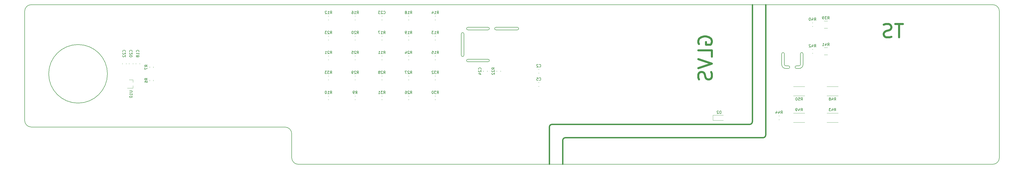
<source format=gbr>
%TF.GenerationSoftware,KiCad,Pcbnew,(5.0.0-rc2-dev-632-g76d3b6f04)*%
%TF.CreationDate,2018-06-22T22:14:38+02:00*%
%TF.ProjectId,MainBoard,4D61696E426F6172642E6B696361645F,rev?*%
%TF.SameCoordinates,Original*%
%TF.FileFunction,Legend,Bot*%
%TF.FilePolarity,Positive*%
%FSLAX46Y46*%
G04 Gerber Fmt 4.6, Leading zero omitted, Abs format (unit mm)*
G04 Created by KiCad (PCBNEW (5.0.0-rc2-dev-632-g76d3b6f04)) date 06/22/18 22:14:38*
%MOMM*%
%LPD*%
G01*
G04 APERTURE LIST*
%ADD10C,0.200000*%
%ADD11C,0.750000*%
%ADD12C,0.500000*%
%ADD13C,0.120000*%
%ADD14C,0.150000*%
G04 APERTURE END LIST*
D10*
X141000000Y-81500000D02*
X148500000Y-81500000D01*
X141000000Y-80500000D02*
X148500000Y-80500000D01*
X148500000Y-80500000D02*
G75*
G02X148500000Y-81500000I0J-500000D01*
G01*
X141000000Y-81500000D02*
G75*
G02X141000000Y-80500000I0J500000D01*
G01*
X139500000Y-71000000D02*
X139500000Y-79000000D01*
X138500000Y-71000000D02*
X138500000Y-79000000D01*
X139500000Y-79000000D02*
G75*
G02X138500000Y-79000000I-500000J0D01*
G01*
X138500000Y-71000000D02*
G75*
G02X139500000Y-71000000I500000J0D01*
G01*
X151500000Y-69500000D02*
X159500000Y-69500000D01*
X151500000Y-68500000D02*
X159500000Y-68500000D01*
X141000000Y-69500000D02*
X148500000Y-69500000D01*
X141000000Y-68500000D02*
X148500000Y-68500000D01*
X151500000Y-69500000D02*
G75*
G02X151500000Y-68500000I0J500000D01*
G01*
X148500000Y-68500000D02*
G75*
G02X148500000Y-69500000I0J-500000D01*
G01*
X159500000Y-68500000D02*
G75*
G02X159500000Y-69500000I0J-500000D01*
G01*
X141000000Y-69500000D02*
G75*
G02X141000000Y-68500000I0J500000D01*
G01*
D11*
X227500000Y-74761904D02*
X227261904Y-74285714D01*
X227261904Y-73571428D01*
X227500000Y-72857142D01*
X227976190Y-72380952D01*
X228452380Y-72142857D01*
X229404761Y-71904761D01*
X230119047Y-71904761D01*
X231071428Y-72142857D01*
X231547619Y-72380952D01*
X232023809Y-72857142D01*
X232261904Y-73571428D01*
X232261904Y-74047619D01*
X232023809Y-74761904D01*
X231785714Y-75000000D01*
X230119047Y-75000000D01*
X230119047Y-74047619D01*
X232261904Y-79523809D02*
X232261904Y-77142857D01*
X227261904Y-77142857D01*
X227261904Y-80476190D02*
X232261904Y-82142857D01*
X227261904Y-83809523D01*
X232023809Y-85238095D02*
X232261904Y-85952380D01*
X232261904Y-87142857D01*
X232023809Y-87619047D01*
X231785714Y-87857142D01*
X231309523Y-88095238D01*
X230833333Y-88095238D01*
X230357142Y-87857142D01*
X230119047Y-87619047D01*
X229880952Y-87142857D01*
X229642857Y-86190476D01*
X229404761Y-85714285D01*
X229166666Y-85476190D01*
X228690476Y-85238095D01*
X228214285Y-85238095D01*
X227738095Y-85476190D01*
X227500000Y-85714285D01*
X227261904Y-86190476D01*
X227261904Y-87380952D01*
X227500000Y-88095238D01*
X303809523Y-67261904D02*
X300952380Y-67261904D01*
X302380952Y-72261904D02*
X302380952Y-67261904D01*
X299523809Y-72023809D02*
X298809523Y-72261904D01*
X297619047Y-72261904D01*
X297142857Y-72023809D01*
X296904761Y-71785714D01*
X296666666Y-71309523D01*
X296666666Y-70833333D01*
X296904761Y-70357142D01*
X297142857Y-70119047D01*
X297619047Y-69880952D01*
X298571428Y-69642857D01*
X299047619Y-69404761D01*
X299285714Y-69166666D01*
X299523809Y-68690476D01*
X299523809Y-68214285D01*
X299285714Y-67738095D01*
X299047619Y-67500000D01*
X298571428Y-67261904D01*
X297380952Y-67261904D01*
X296666666Y-67500000D01*
D12*
X252500000Y-109000000D02*
G75*
G02X251500000Y-110000000I-1000000J0D01*
G01*
X247500000Y-104000000D02*
G75*
G02X246500000Y-105000000I-1000000J0D01*
G01*
X176500000Y-111000000D02*
G75*
G02X177500000Y-110000000I1000000J0D01*
G01*
X171500000Y-106000000D02*
G75*
G02X172500000Y-105000000I1000000J0D01*
G01*
X176500000Y-111000000D02*
X176500000Y-120000000D01*
X251500000Y-110000000D02*
X177500000Y-110000000D01*
X252500000Y-60000000D02*
X252500000Y-109000000D01*
X247500000Y-104000000D02*
X247500000Y-60000000D01*
X172500000Y-105000000D02*
X246500000Y-105000000D01*
X171500000Y-120000000D02*
X171500000Y-106000000D01*
D10*
X264000000Y-84000000D02*
X265000000Y-84000000D01*
X266500000Y-82500000D02*
X266500000Y-78500000D01*
X266500000Y-82500000D02*
G75*
G02X265000000Y-84000000I-1500000J0D01*
G01*
X265500000Y-82500000D02*
G75*
G02X265000000Y-83000000I-500000J0D01*
G01*
X260000000Y-84000000D02*
X261000000Y-84000000D01*
X258500000Y-78500000D02*
X258500000Y-82500000D01*
X260000000Y-84000000D02*
G75*
G02X258500000Y-82500000I0J1500000D01*
G01*
X265000000Y-83000000D02*
X264000000Y-83000000D01*
X265500000Y-78500000D02*
X265500000Y-82500000D01*
X265500000Y-78500000D02*
G75*
G02X266500000Y-78500000I500000J0D01*
G01*
X264000000Y-84000000D02*
G75*
G02X264000000Y-83000000I0J500000D01*
G01*
X260000000Y-83000000D02*
X261000000Y-83000000D01*
X259500000Y-78500000D02*
X259500000Y-82500000D01*
X260000000Y-83000000D02*
G75*
G02X259500000Y-82500000I0J500000D01*
G01*
X261000000Y-83000000D02*
G75*
G02X261000000Y-84000000I0J-500000D01*
G01*
X258500000Y-78500000D02*
G75*
G02X259500000Y-78500000I500000J0D01*
G01*
X72500000Y-106000000D02*
G75*
G02X75000000Y-108500000I0J-2500000D01*
G01*
X75000000Y-108500000D02*
X75000000Y-117500000D01*
X-22500000Y-106000000D02*
X72500000Y-106000000D01*
X6000000Y-86000000D02*
G75*
G03X6000000Y-86000000I-11000000J0D01*
G01*
X-25000000Y-62500000D02*
G75*
G02X-22500000Y-60000000I2500000J0D01*
G01*
X-22500000Y-106000000D02*
G75*
G02X-25000000Y-103500000I0J2500000D01*
G01*
X-25000000Y-62500000D02*
X-25000000Y-103500000D01*
X-22500000Y-60000000D02*
X337500000Y-60000000D01*
X337500000Y-60000000D02*
G75*
G02X340000000Y-62500000I0J-2500000D01*
G01*
X340000000Y-117500000D02*
G75*
G02X337500000Y-120000000I-2500000J0D01*
G01*
X77500000Y-120000000D02*
G75*
G02X75000000Y-117500000I0J2500000D01*
G01*
X337500000Y-120000000D02*
X77500000Y-120000000D01*
X340000000Y-62500000D02*
X340000000Y-117500000D01*
D13*
X167350000Y-85710000D02*
X167650000Y-85710000D01*
X167350000Y-84290000D02*
X167650000Y-84290000D01*
X167350000Y-89290000D02*
X167650000Y-89290000D01*
X167350000Y-90710000D02*
X167650000Y-90710000D01*
X18060000Y-82350000D02*
X18060000Y-82050000D01*
X16640000Y-82350000D02*
X16640000Y-82050000D01*
X15520000Y-82350000D02*
X15520000Y-82050000D01*
X14100000Y-82350000D02*
X14100000Y-82050000D01*
X11560000Y-82350000D02*
X11560000Y-82050000D01*
X12980000Y-82350000D02*
X12980000Y-82050000D01*
X108600000Y-65710000D02*
X108900000Y-65710000D01*
X108600000Y-64290000D02*
X108900000Y-64290000D01*
X148210000Y-84850000D02*
X148210000Y-85150000D01*
X146790000Y-84850000D02*
X146790000Y-85150000D01*
X232750000Y-103500000D02*
X232750000Y-101500000D01*
X232750000Y-101500000D02*
X236650000Y-101500000D01*
X232750000Y-103500000D02*
X236650000Y-103500000D01*
X21790000Y-88650000D02*
X21790000Y-88350000D01*
X23210000Y-88650000D02*
X23210000Y-88350000D01*
X21790000Y-83350000D02*
X21790000Y-83650000D01*
X23210000Y-83350000D02*
X23210000Y-83650000D01*
X98900000Y-95710000D02*
X98600000Y-95710000D01*
X98900000Y-94290000D02*
X98600000Y-94290000D01*
X88900000Y-94290000D02*
X88600000Y-94290000D01*
X88900000Y-95710000D02*
X88600000Y-95710000D01*
X108600000Y-80710000D02*
X108900000Y-80710000D01*
X108600000Y-79290000D02*
X108900000Y-79290000D01*
X88600000Y-64290000D02*
X88900000Y-64290000D01*
X88600000Y-65710000D02*
X88900000Y-65710000D01*
X128900000Y-71790000D02*
X128600000Y-71790000D01*
X128900000Y-73210000D02*
X128600000Y-73210000D01*
X128900000Y-65710000D02*
X128600000Y-65710000D01*
X128900000Y-64290000D02*
X128600000Y-64290000D01*
X128600000Y-80710000D02*
X128900000Y-80710000D01*
X128600000Y-79290000D02*
X128900000Y-79290000D01*
X98900000Y-64290000D02*
X98600000Y-64290000D01*
X98900000Y-65710000D02*
X98600000Y-65710000D01*
X108900000Y-73210000D02*
X108600000Y-73210000D01*
X108900000Y-71790000D02*
X108600000Y-71790000D01*
X118900000Y-64290000D02*
X118600000Y-64290000D01*
X118900000Y-65710000D02*
X118600000Y-65710000D01*
X118900000Y-73210000D02*
X118600000Y-73210000D01*
X118900000Y-71790000D02*
X118600000Y-71790000D01*
X98600000Y-73210000D02*
X98900000Y-73210000D01*
X98600000Y-71790000D02*
X98900000Y-71790000D01*
X88900000Y-79290000D02*
X88600000Y-79290000D01*
X88900000Y-80710000D02*
X88600000Y-80710000D01*
X153210000Y-85150000D02*
X153210000Y-84850000D01*
X151790000Y-85150000D02*
X151790000Y-84850000D01*
X88600000Y-71790000D02*
X88900000Y-71790000D01*
X88600000Y-73210000D02*
X88900000Y-73210000D01*
X118600000Y-80710000D02*
X118900000Y-80710000D01*
X118600000Y-79290000D02*
X118900000Y-79290000D01*
X98600000Y-80710000D02*
X98900000Y-80710000D01*
X98600000Y-79290000D02*
X98900000Y-79290000D01*
X118600000Y-95710000D02*
X118900000Y-95710000D01*
X118600000Y-94290000D02*
X118900000Y-94290000D01*
X118600000Y-86790000D02*
X118900000Y-86790000D01*
X118600000Y-88210000D02*
X118900000Y-88210000D01*
X108600000Y-86790000D02*
X108900000Y-86790000D01*
X108600000Y-88210000D02*
X108900000Y-88210000D01*
X98900000Y-86790000D02*
X98600000Y-86790000D01*
X98900000Y-88210000D02*
X98600000Y-88210000D01*
X128600000Y-94290000D02*
X128900000Y-94290000D01*
X128600000Y-95710000D02*
X128900000Y-95710000D01*
X108600000Y-94290000D02*
X108900000Y-94290000D01*
X108600000Y-95710000D02*
X108900000Y-95710000D01*
X128900000Y-86790000D02*
X128600000Y-86790000D01*
X128900000Y-88210000D02*
X128600000Y-88210000D01*
X88900000Y-88210000D02*
X88600000Y-88210000D01*
X88900000Y-86790000D02*
X88600000Y-86790000D01*
X274350000Y-66140000D02*
X275650000Y-66140000D01*
X274350000Y-68860000D02*
X275650000Y-68860000D01*
X270150000Y-66790000D02*
X269850000Y-66790000D01*
X270150000Y-68210000D02*
X269850000Y-68210000D01*
X274350000Y-78860000D02*
X275650000Y-78860000D01*
X274350000Y-76140000D02*
X275650000Y-76140000D01*
X270150000Y-78210000D02*
X269850000Y-78210000D01*
X270150000Y-76790000D02*
X269850000Y-76790000D01*
X275400000Y-100790000D02*
X279600000Y-100790000D01*
X275400000Y-104210000D02*
X279600000Y-104210000D01*
X257650000Y-101790000D02*
X257350000Y-101790000D01*
X257650000Y-103210000D02*
X257350000Y-103210000D01*
X275400000Y-90790000D02*
X279600000Y-90790000D01*
X275400000Y-94210000D02*
X279600000Y-94210000D01*
X262900000Y-100790000D02*
X267100000Y-100790000D01*
X262900000Y-104210000D02*
X267100000Y-104210000D01*
X267100000Y-90790000D02*
X262900000Y-90790000D01*
X267100000Y-94210000D02*
X262900000Y-94210000D01*
X15570000Y-88230000D02*
X15570000Y-89160000D01*
X15570000Y-91390000D02*
X15570000Y-90460000D01*
X15570000Y-91390000D02*
X13410000Y-91390000D01*
X15570000Y-88230000D02*
X14110000Y-88230000D01*
D14*
X167666666Y-83357142D02*
X167714285Y-83404761D01*
X167857142Y-83452380D01*
X167952380Y-83452380D01*
X168095238Y-83404761D01*
X168190476Y-83309523D01*
X168238095Y-83214285D01*
X168285714Y-83023809D01*
X168285714Y-82880952D01*
X168238095Y-82690476D01*
X168190476Y-82595238D01*
X168095238Y-82500000D01*
X167952380Y-82452380D01*
X167857142Y-82452380D01*
X167714285Y-82500000D01*
X167666666Y-82547619D01*
X167285714Y-82547619D02*
X167238095Y-82500000D01*
X167142857Y-82452380D01*
X166904761Y-82452380D01*
X166809523Y-82500000D01*
X166761904Y-82547619D01*
X166714285Y-82642857D01*
X166714285Y-82738095D01*
X166761904Y-82880952D01*
X167333333Y-83452380D01*
X166714285Y-83452380D01*
X167666666Y-88357142D02*
X167714285Y-88404761D01*
X167857142Y-88452380D01*
X167952380Y-88452380D01*
X168095238Y-88404761D01*
X168190476Y-88309523D01*
X168238095Y-88214285D01*
X168285714Y-88023809D01*
X168285714Y-87880952D01*
X168238095Y-87690476D01*
X168190476Y-87595238D01*
X168095238Y-87500000D01*
X167952380Y-87452380D01*
X167857142Y-87452380D01*
X167714285Y-87500000D01*
X167666666Y-87547619D01*
X166761904Y-87452380D02*
X167238095Y-87452380D01*
X167285714Y-87928571D01*
X167238095Y-87880952D01*
X167142857Y-87833333D01*
X166904761Y-87833333D01*
X166809523Y-87880952D01*
X166761904Y-87928571D01*
X166714285Y-88023809D01*
X166714285Y-88261904D01*
X166761904Y-88357142D01*
X166809523Y-88404761D01*
X166904761Y-88452380D01*
X167142857Y-88452380D01*
X167238095Y-88404761D01*
X167285714Y-88357142D01*
X17707142Y-77747142D02*
X17754761Y-77699523D01*
X17802380Y-77556666D01*
X17802380Y-77461428D01*
X17754761Y-77318571D01*
X17659523Y-77223333D01*
X17564285Y-77175714D01*
X17373809Y-77128095D01*
X17230952Y-77128095D01*
X17040476Y-77175714D01*
X16945238Y-77223333D01*
X16850000Y-77318571D01*
X16802380Y-77461428D01*
X16802380Y-77556666D01*
X16850000Y-77699523D01*
X16897619Y-77747142D01*
X17802380Y-78699523D02*
X17802380Y-78128095D01*
X17802380Y-78413809D02*
X16802380Y-78413809D01*
X16945238Y-78318571D01*
X17040476Y-78223333D01*
X17088095Y-78128095D01*
X17230952Y-79270952D02*
X17183333Y-79175714D01*
X17135714Y-79128095D01*
X17040476Y-79080476D01*
X16992857Y-79080476D01*
X16897619Y-79128095D01*
X16850000Y-79175714D01*
X16802380Y-79270952D01*
X16802380Y-79461428D01*
X16850000Y-79556666D01*
X16897619Y-79604285D01*
X16992857Y-79651904D01*
X17040476Y-79651904D01*
X17135714Y-79604285D01*
X17183333Y-79556666D01*
X17230952Y-79461428D01*
X17230952Y-79270952D01*
X17278571Y-79175714D01*
X17326190Y-79128095D01*
X17421428Y-79080476D01*
X17611904Y-79080476D01*
X17707142Y-79128095D01*
X17754761Y-79175714D01*
X17802380Y-79270952D01*
X17802380Y-79461428D01*
X17754761Y-79556666D01*
X17707142Y-79604285D01*
X17611904Y-79651904D01*
X17421428Y-79651904D01*
X17326190Y-79604285D01*
X17278571Y-79556666D01*
X17230952Y-79461428D01*
X15167142Y-77747142D02*
X15214761Y-77699523D01*
X15262380Y-77556666D01*
X15262380Y-77461428D01*
X15214761Y-77318571D01*
X15119523Y-77223333D01*
X15024285Y-77175714D01*
X14833809Y-77128095D01*
X14690952Y-77128095D01*
X14500476Y-77175714D01*
X14405238Y-77223333D01*
X14310000Y-77318571D01*
X14262380Y-77461428D01*
X14262380Y-77556666D01*
X14310000Y-77699523D01*
X14357619Y-77747142D01*
X14357619Y-78128095D02*
X14310000Y-78175714D01*
X14262380Y-78270952D01*
X14262380Y-78509047D01*
X14310000Y-78604285D01*
X14357619Y-78651904D01*
X14452857Y-78699523D01*
X14548095Y-78699523D01*
X14690952Y-78651904D01*
X15262380Y-78080476D01*
X15262380Y-78699523D01*
X14262380Y-79318571D02*
X14262380Y-79413809D01*
X14310000Y-79509047D01*
X14357619Y-79556666D01*
X14452857Y-79604285D01*
X14643333Y-79651904D01*
X14881428Y-79651904D01*
X15071904Y-79604285D01*
X15167142Y-79556666D01*
X15214761Y-79509047D01*
X15262380Y-79413809D01*
X15262380Y-79318571D01*
X15214761Y-79223333D01*
X15167142Y-79175714D01*
X15071904Y-79128095D01*
X14881428Y-79080476D01*
X14643333Y-79080476D01*
X14452857Y-79128095D01*
X14357619Y-79175714D01*
X14310000Y-79223333D01*
X14262380Y-79318571D01*
X12627142Y-77747142D02*
X12674761Y-77699523D01*
X12722380Y-77556666D01*
X12722380Y-77461428D01*
X12674761Y-77318571D01*
X12579523Y-77223333D01*
X12484285Y-77175714D01*
X12293809Y-77128095D01*
X12150952Y-77128095D01*
X11960476Y-77175714D01*
X11865238Y-77223333D01*
X11770000Y-77318571D01*
X11722380Y-77461428D01*
X11722380Y-77556666D01*
X11770000Y-77699523D01*
X11817619Y-77747142D01*
X11817619Y-78128095D02*
X11770000Y-78175714D01*
X11722380Y-78270952D01*
X11722380Y-78509047D01*
X11770000Y-78604285D01*
X11817619Y-78651904D01*
X11912857Y-78699523D01*
X12008095Y-78699523D01*
X12150952Y-78651904D01*
X12722380Y-78080476D01*
X12722380Y-78699523D01*
X11817619Y-79080476D02*
X11770000Y-79128095D01*
X11722380Y-79223333D01*
X11722380Y-79461428D01*
X11770000Y-79556666D01*
X11817619Y-79604285D01*
X11912857Y-79651904D01*
X12008095Y-79651904D01*
X12150952Y-79604285D01*
X12722380Y-79032857D01*
X12722380Y-79651904D01*
X109392857Y-63357142D02*
X109440476Y-63404761D01*
X109583333Y-63452380D01*
X109678571Y-63452380D01*
X109821428Y-63404761D01*
X109916666Y-63309523D01*
X109964285Y-63214285D01*
X110011904Y-63023809D01*
X110011904Y-62880952D01*
X109964285Y-62690476D01*
X109916666Y-62595238D01*
X109821428Y-62500000D01*
X109678571Y-62452380D01*
X109583333Y-62452380D01*
X109440476Y-62500000D01*
X109392857Y-62547619D01*
X109011904Y-62547619D02*
X108964285Y-62500000D01*
X108869047Y-62452380D01*
X108630952Y-62452380D01*
X108535714Y-62500000D01*
X108488095Y-62547619D01*
X108440476Y-62642857D01*
X108440476Y-62738095D01*
X108488095Y-62880952D01*
X109059523Y-63452380D01*
X108440476Y-63452380D01*
X108107142Y-62452380D02*
X107488095Y-62452380D01*
X107821428Y-62833333D01*
X107678571Y-62833333D01*
X107583333Y-62880952D01*
X107535714Y-62928571D01*
X107488095Y-63023809D01*
X107488095Y-63261904D01*
X107535714Y-63357142D01*
X107583333Y-63404761D01*
X107678571Y-63452380D01*
X107964285Y-63452380D01*
X108059523Y-63404761D01*
X108107142Y-63357142D01*
X145857142Y-84357142D02*
X145904761Y-84309523D01*
X145952380Y-84166666D01*
X145952380Y-84071428D01*
X145904761Y-83928571D01*
X145809523Y-83833333D01*
X145714285Y-83785714D01*
X145523809Y-83738095D01*
X145380952Y-83738095D01*
X145190476Y-83785714D01*
X145095238Y-83833333D01*
X145000000Y-83928571D01*
X144952380Y-84071428D01*
X144952380Y-84166666D01*
X145000000Y-84309523D01*
X145047619Y-84357142D01*
X145047619Y-84738095D02*
X145000000Y-84785714D01*
X144952380Y-84880952D01*
X144952380Y-85119047D01*
X145000000Y-85214285D01*
X145047619Y-85261904D01*
X145142857Y-85309523D01*
X145238095Y-85309523D01*
X145380952Y-85261904D01*
X145952380Y-84690476D01*
X145952380Y-85309523D01*
X145285714Y-86166666D02*
X145952380Y-86166666D01*
X144904761Y-85928571D02*
X145619047Y-85690476D01*
X145619047Y-86309523D01*
X235738095Y-100952380D02*
X235738095Y-99952380D01*
X235500000Y-99952380D01*
X235357142Y-100000000D01*
X235261904Y-100095238D01*
X235214285Y-100190476D01*
X235166666Y-100380952D01*
X235166666Y-100523809D01*
X235214285Y-100714285D01*
X235261904Y-100809523D01*
X235357142Y-100904761D01*
X235500000Y-100952380D01*
X235738095Y-100952380D01*
X234785714Y-100047619D02*
X234738095Y-100000000D01*
X234642857Y-99952380D01*
X234404761Y-99952380D01*
X234309523Y-100000000D01*
X234261904Y-100047619D01*
X234214285Y-100142857D01*
X234214285Y-100238095D01*
X234261904Y-100380952D01*
X234833333Y-100952380D01*
X234214285Y-100952380D01*
X20952380Y-88333333D02*
X20476190Y-88000000D01*
X20952380Y-87761904D02*
X19952380Y-87761904D01*
X19952380Y-88142857D01*
X20000000Y-88238095D01*
X20047619Y-88285714D01*
X20142857Y-88333333D01*
X20285714Y-88333333D01*
X20380952Y-88285714D01*
X20428571Y-88238095D01*
X20476190Y-88142857D01*
X20476190Y-87761904D01*
X19952380Y-89190476D02*
X19952380Y-89000000D01*
X20000000Y-88904761D01*
X20047619Y-88857142D01*
X20190476Y-88761904D01*
X20380952Y-88714285D01*
X20761904Y-88714285D01*
X20857142Y-88761904D01*
X20904761Y-88809523D01*
X20952380Y-88904761D01*
X20952380Y-89095238D01*
X20904761Y-89190476D01*
X20857142Y-89238095D01*
X20761904Y-89285714D01*
X20523809Y-89285714D01*
X20428571Y-89238095D01*
X20380952Y-89190476D01*
X20333333Y-89095238D01*
X20333333Y-88904761D01*
X20380952Y-88809523D01*
X20428571Y-88761904D01*
X20523809Y-88714285D01*
X20952380Y-83333333D02*
X20476190Y-83000000D01*
X20952380Y-82761904D02*
X19952380Y-82761904D01*
X19952380Y-83142857D01*
X20000000Y-83238095D01*
X20047619Y-83285714D01*
X20142857Y-83333333D01*
X20285714Y-83333333D01*
X20380952Y-83285714D01*
X20428571Y-83238095D01*
X20476190Y-83142857D01*
X20476190Y-82761904D01*
X19952380Y-83666666D02*
X19952380Y-84333333D01*
X20952380Y-83904761D01*
X98916666Y-93452380D02*
X99250000Y-92976190D01*
X99488095Y-93452380D02*
X99488095Y-92452380D01*
X99107142Y-92452380D01*
X99011904Y-92500000D01*
X98964285Y-92547619D01*
X98916666Y-92642857D01*
X98916666Y-92785714D01*
X98964285Y-92880952D01*
X99011904Y-92928571D01*
X99107142Y-92976190D01*
X99488095Y-92976190D01*
X98440476Y-93452380D02*
X98250000Y-93452380D01*
X98154761Y-93404761D01*
X98107142Y-93357142D01*
X98011904Y-93214285D01*
X97964285Y-93023809D01*
X97964285Y-92642857D01*
X98011904Y-92547619D01*
X98059523Y-92500000D01*
X98154761Y-92452380D01*
X98345238Y-92452380D01*
X98440476Y-92500000D01*
X98488095Y-92547619D01*
X98535714Y-92642857D01*
X98535714Y-92880952D01*
X98488095Y-92976190D01*
X98440476Y-93023809D01*
X98345238Y-93071428D01*
X98154761Y-93071428D01*
X98059523Y-93023809D01*
X98011904Y-92976190D01*
X97964285Y-92880952D01*
X89392857Y-93452380D02*
X89726190Y-92976190D01*
X89964285Y-93452380D02*
X89964285Y-92452380D01*
X89583333Y-92452380D01*
X89488095Y-92500000D01*
X89440476Y-92547619D01*
X89392857Y-92642857D01*
X89392857Y-92785714D01*
X89440476Y-92880952D01*
X89488095Y-92928571D01*
X89583333Y-92976190D01*
X89964285Y-92976190D01*
X88440476Y-93452380D02*
X89011904Y-93452380D01*
X88726190Y-93452380D02*
X88726190Y-92452380D01*
X88821428Y-92595238D01*
X88916666Y-92690476D01*
X89011904Y-92738095D01*
X87821428Y-92452380D02*
X87726190Y-92452380D01*
X87630952Y-92500000D01*
X87583333Y-92547619D01*
X87535714Y-92642857D01*
X87488095Y-92833333D01*
X87488095Y-93071428D01*
X87535714Y-93261904D01*
X87583333Y-93357142D01*
X87630952Y-93404761D01*
X87726190Y-93452380D01*
X87821428Y-93452380D01*
X87916666Y-93404761D01*
X87964285Y-93357142D01*
X88011904Y-93261904D01*
X88059523Y-93071428D01*
X88059523Y-92833333D01*
X88011904Y-92642857D01*
X87964285Y-92547619D01*
X87916666Y-92500000D01*
X87821428Y-92452380D01*
X109392857Y-78452380D02*
X109726190Y-77976190D01*
X109964285Y-78452380D02*
X109964285Y-77452380D01*
X109583333Y-77452380D01*
X109488095Y-77500000D01*
X109440476Y-77547619D01*
X109392857Y-77642857D01*
X109392857Y-77785714D01*
X109440476Y-77880952D01*
X109488095Y-77928571D01*
X109583333Y-77976190D01*
X109964285Y-77976190D01*
X108440476Y-78452380D02*
X109011904Y-78452380D01*
X108726190Y-78452380D02*
X108726190Y-77452380D01*
X108821428Y-77595238D01*
X108916666Y-77690476D01*
X109011904Y-77738095D01*
X107488095Y-78452380D02*
X108059523Y-78452380D01*
X107773809Y-78452380D02*
X107773809Y-77452380D01*
X107869047Y-77595238D01*
X107964285Y-77690476D01*
X108059523Y-77738095D01*
X89392857Y-63452380D02*
X89726190Y-62976190D01*
X89964285Y-63452380D02*
X89964285Y-62452380D01*
X89583333Y-62452380D01*
X89488095Y-62500000D01*
X89440476Y-62547619D01*
X89392857Y-62642857D01*
X89392857Y-62785714D01*
X89440476Y-62880952D01*
X89488095Y-62928571D01*
X89583333Y-62976190D01*
X89964285Y-62976190D01*
X88440476Y-63452380D02*
X89011904Y-63452380D01*
X88726190Y-63452380D02*
X88726190Y-62452380D01*
X88821428Y-62595238D01*
X88916666Y-62690476D01*
X89011904Y-62738095D01*
X88059523Y-62547619D02*
X88011904Y-62500000D01*
X87916666Y-62452380D01*
X87678571Y-62452380D01*
X87583333Y-62500000D01*
X87535714Y-62547619D01*
X87488095Y-62642857D01*
X87488095Y-62738095D01*
X87535714Y-62880952D01*
X88107142Y-63452380D01*
X87488095Y-63452380D01*
X129392857Y-70952380D02*
X129726190Y-70476190D01*
X129964285Y-70952380D02*
X129964285Y-69952380D01*
X129583333Y-69952380D01*
X129488095Y-70000000D01*
X129440476Y-70047619D01*
X129392857Y-70142857D01*
X129392857Y-70285714D01*
X129440476Y-70380952D01*
X129488095Y-70428571D01*
X129583333Y-70476190D01*
X129964285Y-70476190D01*
X128440476Y-70952380D02*
X129011904Y-70952380D01*
X128726190Y-70952380D02*
X128726190Y-69952380D01*
X128821428Y-70095238D01*
X128916666Y-70190476D01*
X129011904Y-70238095D01*
X128107142Y-69952380D02*
X127488095Y-69952380D01*
X127821428Y-70333333D01*
X127678571Y-70333333D01*
X127583333Y-70380952D01*
X127535714Y-70428571D01*
X127488095Y-70523809D01*
X127488095Y-70761904D01*
X127535714Y-70857142D01*
X127583333Y-70904761D01*
X127678571Y-70952380D01*
X127964285Y-70952380D01*
X128059523Y-70904761D01*
X128107142Y-70857142D01*
X129392857Y-63452380D02*
X129726190Y-62976190D01*
X129964285Y-63452380D02*
X129964285Y-62452380D01*
X129583333Y-62452380D01*
X129488095Y-62500000D01*
X129440476Y-62547619D01*
X129392857Y-62642857D01*
X129392857Y-62785714D01*
X129440476Y-62880952D01*
X129488095Y-62928571D01*
X129583333Y-62976190D01*
X129964285Y-62976190D01*
X128440476Y-63452380D02*
X129011904Y-63452380D01*
X128726190Y-63452380D02*
X128726190Y-62452380D01*
X128821428Y-62595238D01*
X128916666Y-62690476D01*
X129011904Y-62738095D01*
X127583333Y-62785714D02*
X127583333Y-63452380D01*
X127821428Y-62404761D02*
X128059523Y-63119047D01*
X127440476Y-63119047D01*
X129392857Y-78452380D02*
X129726190Y-77976190D01*
X129964285Y-78452380D02*
X129964285Y-77452380D01*
X129583333Y-77452380D01*
X129488095Y-77500000D01*
X129440476Y-77547619D01*
X129392857Y-77642857D01*
X129392857Y-77785714D01*
X129440476Y-77880952D01*
X129488095Y-77928571D01*
X129583333Y-77976190D01*
X129964285Y-77976190D01*
X128440476Y-78452380D02*
X129011904Y-78452380D01*
X128726190Y-78452380D02*
X128726190Y-77452380D01*
X128821428Y-77595238D01*
X128916666Y-77690476D01*
X129011904Y-77738095D01*
X127535714Y-77452380D02*
X128011904Y-77452380D01*
X128059523Y-77928571D01*
X128011904Y-77880952D01*
X127916666Y-77833333D01*
X127678571Y-77833333D01*
X127583333Y-77880952D01*
X127535714Y-77928571D01*
X127488095Y-78023809D01*
X127488095Y-78261904D01*
X127535714Y-78357142D01*
X127583333Y-78404761D01*
X127678571Y-78452380D01*
X127916666Y-78452380D01*
X128011904Y-78404761D01*
X128059523Y-78357142D01*
X99392857Y-63452380D02*
X99726190Y-62976190D01*
X99964285Y-63452380D02*
X99964285Y-62452380D01*
X99583333Y-62452380D01*
X99488095Y-62500000D01*
X99440476Y-62547619D01*
X99392857Y-62642857D01*
X99392857Y-62785714D01*
X99440476Y-62880952D01*
X99488095Y-62928571D01*
X99583333Y-62976190D01*
X99964285Y-62976190D01*
X98440476Y-63452380D02*
X99011904Y-63452380D01*
X98726190Y-63452380D02*
X98726190Y-62452380D01*
X98821428Y-62595238D01*
X98916666Y-62690476D01*
X99011904Y-62738095D01*
X97583333Y-62452380D02*
X97773809Y-62452380D01*
X97869047Y-62500000D01*
X97916666Y-62547619D01*
X98011904Y-62690476D01*
X98059523Y-62880952D01*
X98059523Y-63261904D01*
X98011904Y-63357142D01*
X97964285Y-63404761D01*
X97869047Y-63452380D01*
X97678571Y-63452380D01*
X97583333Y-63404761D01*
X97535714Y-63357142D01*
X97488095Y-63261904D01*
X97488095Y-63023809D01*
X97535714Y-62928571D01*
X97583333Y-62880952D01*
X97678571Y-62833333D01*
X97869047Y-62833333D01*
X97964285Y-62880952D01*
X98011904Y-62928571D01*
X98059523Y-63023809D01*
X109392857Y-70952380D02*
X109726190Y-70476190D01*
X109964285Y-70952380D02*
X109964285Y-69952380D01*
X109583333Y-69952380D01*
X109488095Y-70000000D01*
X109440476Y-70047619D01*
X109392857Y-70142857D01*
X109392857Y-70285714D01*
X109440476Y-70380952D01*
X109488095Y-70428571D01*
X109583333Y-70476190D01*
X109964285Y-70476190D01*
X108440476Y-70952380D02*
X109011904Y-70952380D01*
X108726190Y-70952380D02*
X108726190Y-69952380D01*
X108821428Y-70095238D01*
X108916666Y-70190476D01*
X109011904Y-70238095D01*
X108107142Y-69952380D02*
X107440476Y-69952380D01*
X107869047Y-70952380D01*
X119392857Y-63452380D02*
X119726190Y-62976190D01*
X119964285Y-63452380D02*
X119964285Y-62452380D01*
X119583333Y-62452380D01*
X119488095Y-62500000D01*
X119440476Y-62547619D01*
X119392857Y-62642857D01*
X119392857Y-62785714D01*
X119440476Y-62880952D01*
X119488095Y-62928571D01*
X119583333Y-62976190D01*
X119964285Y-62976190D01*
X118440476Y-63452380D02*
X119011904Y-63452380D01*
X118726190Y-63452380D02*
X118726190Y-62452380D01*
X118821428Y-62595238D01*
X118916666Y-62690476D01*
X119011904Y-62738095D01*
X117869047Y-62880952D02*
X117964285Y-62833333D01*
X118011904Y-62785714D01*
X118059523Y-62690476D01*
X118059523Y-62642857D01*
X118011904Y-62547619D01*
X117964285Y-62500000D01*
X117869047Y-62452380D01*
X117678571Y-62452380D01*
X117583333Y-62500000D01*
X117535714Y-62547619D01*
X117488095Y-62642857D01*
X117488095Y-62690476D01*
X117535714Y-62785714D01*
X117583333Y-62833333D01*
X117678571Y-62880952D01*
X117869047Y-62880952D01*
X117964285Y-62928571D01*
X118011904Y-62976190D01*
X118059523Y-63071428D01*
X118059523Y-63261904D01*
X118011904Y-63357142D01*
X117964285Y-63404761D01*
X117869047Y-63452380D01*
X117678571Y-63452380D01*
X117583333Y-63404761D01*
X117535714Y-63357142D01*
X117488095Y-63261904D01*
X117488095Y-63071428D01*
X117535714Y-62976190D01*
X117583333Y-62928571D01*
X117678571Y-62880952D01*
X119392857Y-70952380D02*
X119726190Y-70476190D01*
X119964285Y-70952380D02*
X119964285Y-69952380D01*
X119583333Y-69952380D01*
X119488095Y-70000000D01*
X119440476Y-70047619D01*
X119392857Y-70142857D01*
X119392857Y-70285714D01*
X119440476Y-70380952D01*
X119488095Y-70428571D01*
X119583333Y-70476190D01*
X119964285Y-70476190D01*
X118440476Y-70952380D02*
X119011904Y-70952380D01*
X118726190Y-70952380D02*
X118726190Y-69952380D01*
X118821428Y-70095238D01*
X118916666Y-70190476D01*
X119011904Y-70238095D01*
X117964285Y-70952380D02*
X117773809Y-70952380D01*
X117678571Y-70904761D01*
X117630952Y-70857142D01*
X117535714Y-70714285D01*
X117488095Y-70523809D01*
X117488095Y-70142857D01*
X117535714Y-70047619D01*
X117583333Y-70000000D01*
X117678571Y-69952380D01*
X117869047Y-69952380D01*
X117964285Y-70000000D01*
X118011904Y-70047619D01*
X118059523Y-70142857D01*
X118059523Y-70380952D01*
X118011904Y-70476190D01*
X117964285Y-70523809D01*
X117869047Y-70571428D01*
X117678571Y-70571428D01*
X117583333Y-70523809D01*
X117535714Y-70476190D01*
X117488095Y-70380952D01*
X99392857Y-70952380D02*
X99726190Y-70476190D01*
X99964285Y-70952380D02*
X99964285Y-69952380D01*
X99583333Y-69952380D01*
X99488095Y-70000000D01*
X99440476Y-70047619D01*
X99392857Y-70142857D01*
X99392857Y-70285714D01*
X99440476Y-70380952D01*
X99488095Y-70428571D01*
X99583333Y-70476190D01*
X99964285Y-70476190D01*
X99011904Y-70047619D02*
X98964285Y-70000000D01*
X98869047Y-69952380D01*
X98630952Y-69952380D01*
X98535714Y-70000000D01*
X98488095Y-70047619D01*
X98440476Y-70142857D01*
X98440476Y-70238095D01*
X98488095Y-70380952D01*
X99059523Y-70952380D01*
X98440476Y-70952380D01*
X97821428Y-69952380D02*
X97726190Y-69952380D01*
X97630952Y-70000000D01*
X97583333Y-70047619D01*
X97535714Y-70142857D01*
X97488095Y-70333333D01*
X97488095Y-70571428D01*
X97535714Y-70761904D01*
X97583333Y-70857142D01*
X97630952Y-70904761D01*
X97726190Y-70952380D01*
X97821428Y-70952380D01*
X97916666Y-70904761D01*
X97964285Y-70857142D01*
X98011904Y-70761904D01*
X98059523Y-70571428D01*
X98059523Y-70333333D01*
X98011904Y-70142857D01*
X97964285Y-70047619D01*
X97916666Y-70000000D01*
X97821428Y-69952380D01*
X89392857Y-78452380D02*
X89726190Y-77976190D01*
X89964285Y-78452380D02*
X89964285Y-77452380D01*
X89583333Y-77452380D01*
X89488095Y-77500000D01*
X89440476Y-77547619D01*
X89392857Y-77642857D01*
X89392857Y-77785714D01*
X89440476Y-77880952D01*
X89488095Y-77928571D01*
X89583333Y-77976190D01*
X89964285Y-77976190D01*
X89011904Y-77547619D02*
X88964285Y-77500000D01*
X88869047Y-77452380D01*
X88630952Y-77452380D01*
X88535714Y-77500000D01*
X88488095Y-77547619D01*
X88440476Y-77642857D01*
X88440476Y-77738095D01*
X88488095Y-77880952D01*
X89059523Y-78452380D01*
X88440476Y-78452380D01*
X87488095Y-78452380D02*
X88059523Y-78452380D01*
X87773809Y-78452380D02*
X87773809Y-77452380D01*
X87869047Y-77595238D01*
X87964285Y-77690476D01*
X88059523Y-77738095D01*
X150952380Y-84357142D02*
X150476190Y-84023809D01*
X150952380Y-83785714D02*
X149952380Y-83785714D01*
X149952380Y-84166666D01*
X150000000Y-84261904D01*
X150047619Y-84309523D01*
X150142857Y-84357142D01*
X150285714Y-84357142D01*
X150380952Y-84309523D01*
X150428571Y-84261904D01*
X150476190Y-84166666D01*
X150476190Y-83785714D01*
X150047619Y-84738095D02*
X150000000Y-84785714D01*
X149952380Y-84880952D01*
X149952380Y-85119047D01*
X150000000Y-85214285D01*
X150047619Y-85261904D01*
X150142857Y-85309523D01*
X150238095Y-85309523D01*
X150380952Y-85261904D01*
X150952380Y-84690476D01*
X150952380Y-85309523D01*
X150047619Y-85690476D02*
X150000000Y-85738095D01*
X149952380Y-85833333D01*
X149952380Y-86071428D01*
X150000000Y-86166666D01*
X150047619Y-86214285D01*
X150142857Y-86261904D01*
X150238095Y-86261904D01*
X150380952Y-86214285D01*
X150952380Y-85642857D01*
X150952380Y-86261904D01*
X89392857Y-70952380D02*
X89726190Y-70476190D01*
X89964285Y-70952380D02*
X89964285Y-69952380D01*
X89583333Y-69952380D01*
X89488095Y-70000000D01*
X89440476Y-70047619D01*
X89392857Y-70142857D01*
X89392857Y-70285714D01*
X89440476Y-70380952D01*
X89488095Y-70428571D01*
X89583333Y-70476190D01*
X89964285Y-70476190D01*
X89011904Y-70047619D02*
X88964285Y-70000000D01*
X88869047Y-69952380D01*
X88630952Y-69952380D01*
X88535714Y-70000000D01*
X88488095Y-70047619D01*
X88440476Y-70142857D01*
X88440476Y-70238095D01*
X88488095Y-70380952D01*
X89059523Y-70952380D01*
X88440476Y-70952380D01*
X88107142Y-69952380D02*
X87488095Y-69952380D01*
X87821428Y-70333333D01*
X87678571Y-70333333D01*
X87583333Y-70380952D01*
X87535714Y-70428571D01*
X87488095Y-70523809D01*
X87488095Y-70761904D01*
X87535714Y-70857142D01*
X87583333Y-70904761D01*
X87678571Y-70952380D01*
X87964285Y-70952380D01*
X88059523Y-70904761D01*
X88107142Y-70857142D01*
X119392857Y-78452380D02*
X119726190Y-77976190D01*
X119964285Y-78452380D02*
X119964285Y-77452380D01*
X119583333Y-77452380D01*
X119488095Y-77500000D01*
X119440476Y-77547619D01*
X119392857Y-77642857D01*
X119392857Y-77785714D01*
X119440476Y-77880952D01*
X119488095Y-77928571D01*
X119583333Y-77976190D01*
X119964285Y-77976190D01*
X119011904Y-77547619D02*
X118964285Y-77500000D01*
X118869047Y-77452380D01*
X118630952Y-77452380D01*
X118535714Y-77500000D01*
X118488095Y-77547619D01*
X118440476Y-77642857D01*
X118440476Y-77738095D01*
X118488095Y-77880952D01*
X119059523Y-78452380D01*
X118440476Y-78452380D01*
X117583333Y-77785714D02*
X117583333Y-78452380D01*
X117821428Y-77404761D02*
X118059523Y-78119047D01*
X117440476Y-78119047D01*
X99392857Y-78452380D02*
X99726190Y-77976190D01*
X99964285Y-78452380D02*
X99964285Y-77452380D01*
X99583333Y-77452380D01*
X99488095Y-77500000D01*
X99440476Y-77547619D01*
X99392857Y-77642857D01*
X99392857Y-77785714D01*
X99440476Y-77880952D01*
X99488095Y-77928571D01*
X99583333Y-77976190D01*
X99964285Y-77976190D01*
X99011904Y-77547619D02*
X98964285Y-77500000D01*
X98869047Y-77452380D01*
X98630952Y-77452380D01*
X98535714Y-77500000D01*
X98488095Y-77547619D01*
X98440476Y-77642857D01*
X98440476Y-77738095D01*
X98488095Y-77880952D01*
X99059523Y-78452380D01*
X98440476Y-78452380D01*
X97535714Y-77452380D02*
X98011904Y-77452380D01*
X98059523Y-77928571D01*
X98011904Y-77880952D01*
X97916666Y-77833333D01*
X97678571Y-77833333D01*
X97583333Y-77880952D01*
X97535714Y-77928571D01*
X97488095Y-78023809D01*
X97488095Y-78261904D01*
X97535714Y-78357142D01*
X97583333Y-78404761D01*
X97678571Y-78452380D01*
X97916666Y-78452380D01*
X98011904Y-78404761D01*
X98059523Y-78357142D01*
X119392857Y-93452380D02*
X119726190Y-92976190D01*
X119964285Y-93452380D02*
X119964285Y-92452380D01*
X119583333Y-92452380D01*
X119488095Y-92500000D01*
X119440476Y-92547619D01*
X119392857Y-92642857D01*
X119392857Y-92785714D01*
X119440476Y-92880952D01*
X119488095Y-92928571D01*
X119583333Y-92976190D01*
X119964285Y-92976190D01*
X119011904Y-92547619D02*
X118964285Y-92500000D01*
X118869047Y-92452380D01*
X118630952Y-92452380D01*
X118535714Y-92500000D01*
X118488095Y-92547619D01*
X118440476Y-92642857D01*
X118440476Y-92738095D01*
X118488095Y-92880952D01*
X119059523Y-93452380D01*
X118440476Y-93452380D01*
X117583333Y-92452380D02*
X117773809Y-92452380D01*
X117869047Y-92500000D01*
X117916666Y-92547619D01*
X118011904Y-92690476D01*
X118059523Y-92880952D01*
X118059523Y-93261904D01*
X118011904Y-93357142D01*
X117964285Y-93404761D01*
X117869047Y-93452380D01*
X117678571Y-93452380D01*
X117583333Y-93404761D01*
X117535714Y-93357142D01*
X117488095Y-93261904D01*
X117488095Y-93023809D01*
X117535714Y-92928571D01*
X117583333Y-92880952D01*
X117678571Y-92833333D01*
X117869047Y-92833333D01*
X117964285Y-92880952D01*
X118011904Y-92928571D01*
X118059523Y-93023809D01*
X119392857Y-85952380D02*
X119726190Y-85476190D01*
X119964285Y-85952380D02*
X119964285Y-84952380D01*
X119583333Y-84952380D01*
X119488095Y-85000000D01*
X119440476Y-85047619D01*
X119392857Y-85142857D01*
X119392857Y-85285714D01*
X119440476Y-85380952D01*
X119488095Y-85428571D01*
X119583333Y-85476190D01*
X119964285Y-85476190D01*
X119011904Y-85047619D02*
X118964285Y-85000000D01*
X118869047Y-84952380D01*
X118630952Y-84952380D01*
X118535714Y-85000000D01*
X118488095Y-85047619D01*
X118440476Y-85142857D01*
X118440476Y-85238095D01*
X118488095Y-85380952D01*
X119059523Y-85952380D01*
X118440476Y-85952380D01*
X118107142Y-84952380D02*
X117440476Y-84952380D01*
X117869047Y-85952380D01*
X109392857Y-85952380D02*
X109726190Y-85476190D01*
X109964285Y-85952380D02*
X109964285Y-84952380D01*
X109583333Y-84952380D01*
X109488095Y-85000000D01*
X109440476Y-85047619D01*
X109392857Y-85142857D01*
X109392857Y-85285714D01*
X109440476Y-85380952D01*
X109488095Y-85428571D01*
X109583333Y-85476190D01*
X109964285Y-85476190D01*
X109011904Y-85047619D02*
X108964285Y-85000000D01*
X108869047Y-84952380D01*
X108630952Y-84952380D01*
X108535714Y-85000000D01*
X108488095Y-85047619D01*
X108440476Y-85142857D01*
X108440476Y-85238095D01*
X108488095Y-85380952D01*
X109059523Y-85952380D01*
X108440476Y-85952380D01*
X107869047Y-85380952D02*
X107964285Y-85333333D01*
X108011904Y-85285714D01*
X108059523Y-85190476D01*
X108059523Y-85142857D01*
X108011904Y-85047619D01*
X107964285Y-85000000D01*
X107869047Y-84952380D01*
X107678571Y-84952380D01*
X107583333Y-85000000D01*
X107535714Y-85047619D01*
X107488095Y-85142857D01*
X107488095Y-85190476D01*
X107535714Y-85285714D01*
X107583333Y-85333333D01*
X107678571Y-85380952D01*
X107869047Y-85380952D01*
X107964285Y-85428571D01*
X108011904Y-85476190D01*
X108059523Y-85571428D01*
X108059523Y-85761904D01*
X108011904Y-85857142D01*
X107964285Y-85904761D01*
X107869047Y-85952380D01*
X107678571Y-85952380D01*
X107583333Y-85904761D01*
X107535714Y-85857142D01*
X107488095Y-85761904D01*
X107488095Y-85571428D01*
X107535714Y-85476190D01*
X107583333Y-85428571D01*
X107678571Y-85380952D01*
X99392857Y-85952380D02*
X99726190Y-85476190D01*
X99964285Y-85952380D02*
X99964285Y-84952380D01*
X99583333Y-84952380D01*
X99488095Y-85000000D01*
X99440476Y-85047619D01*
X99392857Y-85142857D01*
X99392857Y-85285714D01*
X99440476Y-85380952D01*
X99488095Y-85428571D01*
X99583333Y-85476190D01*
X99964285Y-85476190D01*
X99011904Y-85047619D02*
X98964285Y-85000000D01*
X98869047Y-84952380D01*
X98630952Y-84952380D01*
X98535714Y-85000000D01*
X98488095Y-85047619D01*
X98440476Y-85142857D01*
X98440476Y-85238095D01*
X98488095Y-85380952D01*
X99059523Y-85952380D01*
X98440476Y-85952380D01*
X97964285Y-85952380D02*
X97773809Y-85952380D01*
X97678571Y-85904761D01*
X97630952Y-85857142D01*
X97535714Y-85714285D01*
X97488095Y-85523809D01*
X97488095Y-85142857D01*
X97535714Y-85047619D01*
X97583333Y-85000000D01*
X97678571Y-84952380D01*
X97869047Y-84952380D01*
X97964285Y-85000000D01*
X98011904Y-85047619D01*
X98059523Y-85142857D01*
X98059523Y-85380952D01*
X98011904Y-85476190D01*
X97964285Y-85523809D01*
X97869047Y-85571428D01*
X97678571Y-85571428D01*
X97583333Y-85523809D01*
X97535714Y-85476190D01*
X97488095Y-85380952D01*
X129392857Y-93452380D02*
X129726190Y-92976190D01*
X129964285Y-93452380D02*
X129964285Y-92452380D01*
X129583333Y-92452380D01*
X129488095Y-92500000D01*
X129440476Y-92547619D01*
X129392857Y-92642857D01*
X129392857Y-92785714D01*
X129440476Y-92880952D01*
X129488095Y-92928571D01*
X129583333Y-92976190D01*
X129964285Y-92976190D01*
X129059523Y-92452380D02*
X128440476Y-92452380D01*
X128773809Y-92833333D01*
X128630952Y-92833333D01*
X128535714Y-92880952D01*
X128488095Y-92928571D01*
X128440476Y-93023809D01*
X128440476Y-93261904D01*
X128488095Y-93357142D01*
X128535714Y-93404761D01*
X128630952Y-93452380D01*
X128916666Y-93452380D01*
X129011904Y-93404761D01*
X129059523Y-93357142D01*
X127821428Y-92452380D02*
X127726190Y-92452380D01*
X127630952Y-92500000D01*
X127583333Y-92547619D01*
X127535714Y-92642857D01*
X127488095Y-92833333D01*
X127488095Y-93071428D01*
X127535714Y-93261904D01*
X127583333Y-93357142D01*
X127630952Y-93404761D01*
X127726190Y-93452380D01*
X127821428Y-93452380D01*
X127916666Y-93404761D01*
X127964285Y-93357142D01*
X128011904Y-93261904D01*
X128059523Y-93071428D01*
X128059523Y-92833333D01*
X128011904Y-92642857D01*
X127964285Y-92547619D01*
X127916666Y-92500000D01*
X127821428Y-92452380D01*
X109392857Y-93452380D02*
X109726190Y-92976190D01*
X109964285Y-93452380D02*
X109964285Y-92452380D01*
X109583333Y-92452380D01*
X109488095Y-92500000D01*
X109440476Y-92547619D01*
X109392857Y-92642857D01*
X109392857Y-92785714D01*
X109440476Y-92880952D01*
X109488095Y-92928571D01*
X109583333Y-92976190D01*
X109964285Y-92976190D01*
X109059523Y-92452380D02*
X108440476Y-92452380D01*
X108773809Y-92833333D01*
X108630952Y-92833333D01*
X108535714Y-92880952D01*
X108488095Y-92928571D01*
X108440476Y-93023809D01*
X108440476Y-93261904D01*
X108488095Y-93357142D01*
X108535714Y-93404761D01*
X108630952Y-93452380D01*
X108916666Y-93452380D01*
X109011904Y-93404761D01*
X109059523Y-93357142D01*
X107488095Y-93452380D02*
X108059523Y-93452380D01*
X107773809Y-93452380D02*
X107773809Y-92452380D01*
X107869047Y-92595238D01*
X107964285Y-92690476D01*
X108059523Y-92738095D01*
X129392857Y-85952380D02*
X129726190Y-85476190D01*
X129964285Y-85952380D02*
X129964285Y-84952380D01*
X129583333Y-84952380D01*
X129488095Y-85000000D01*
X129440476Y-85047619D01*
X129392857Y-85142857D01*
X129392857Y-85285714D01*
X129440476Y-85380952D01*
X129488095Y-85428571D01*
X129583333Y-85476190D01*
X129964285Y-85476190D01*
X129059523Y-84952380D02*
X128440476Y-84952380D01*
X128773809Y-85333333D01*
X128630952Y-85333333D01*
X128535714Y-85380952D01*
X128488095Y-85428571D01*
X128440476Y-85523809D01*
X128440476Y-85761904D01*
X128488095Y-85857142D01*
X128535714Y-85904761D01*
X128630952Y-85952380D01*
X128916666Y-85952380D01*
X129011904Y-85904761D01*
X129059523Y-85857142D01*
X128059523Y-85047619D02*
X128011904Y-85000000D01*
X127916666Y-84952380D01*
X127678571Y-84952380D01*
X127583333Y-85000000D01*
X127535714Y-85047619D01*
X127488095Y-85142857D01*
X127488095Y-85238095D01*
X127535714Y-85380952D01*
X128107142Y-85952380D01*
X127488095Y-85952380D01*
X89392857Y-85952380D02*
X89726190Y-85476190D01*
X89964285Y-85952380D02*
X89964285Y-84952380D01*
X89583333Y-84952380D01*
X89488095Y-85000000D01*
X89440476Y-85047619D01*
X89392857Y-85142857D01*
X89392857Y-85285714D01*
X89440476Y-85380952D01*
X89488095Y-85428571D01*
X89583333Y-85476190D01*
X89964285Y-85476190D01*
X89059523Y-84952380D02*
X88440476Y-84952380D01*
X88773809Y-85333333D01*
X88630952Y-85333333D01*
X88535714Y-85380952D01*
X88488095Y-85428571D01*
X88440476Y-85523809D01*
X88440476Y-85761904D01*
X88488095Y-85857142D01*
X88535714Y-85904761D01*
X88630952Y-85952380D01*
X88916666Y-85952380D01*
X89011904Y-85904761D01*
X89059523Y-85857142D01*
X88107142Y-84952380D02*
X87488095Y-84952380D01*
X87821428Y-85333333D01*
X87678571Y-85333333D01*
X87583333Y-85380952D01*
X87535714Y-85428571D01*
X87488095Y-85523809D01*
X87488095Y-85761904D01*
X87535714Y-85857142D01*
X87583333Y-85904761D01*
X87678571Y-85952380D01*
X87964285Y-85952380D01*
X88059523Y-85904761D01*
X88107142Y-85857142D01*
X275642857Y-65452380D02*
X275976190Y-64976190D01*
X276214285Y-65452380D02*
X276214285Y-64452380D01*
X275833333Y-64452380D01*
X275738095Y-64500000D01*
X275690476Y-64547619D01*
X275642857Y-64642857D01*
X275642857Y-64785714D01*
X275690476Y-64880952D01*
X275738095Y-64928571D01*
X275833333Y-64976190D01*
X276214285Y-64976190D01*
X275309523Y-64452380D02*
X274690476Y-64452380D01*
X275023809Y-64833333D01*
X274880952Y-64833333D01*
X274785714Y-64880952D01*
X274738095Y-64928571D01*
X274690476Y-65023809D01*
X274690476Y-65261904D01*
X274738095Y-65357142D01*
X274785714Y-65404761D01*
X274880952Y-65452380D01*
X275166666Y-65452380D01*
X275261904Y-65404761D01*
X275309523Y-65357142D01*
X274214285Y-65452380D02*
X274023809Y-65452380D01*
X273928571Y-65404761D01*
X273880952Y-65357142D01*
X273785714Y-65214285D01*
X273738095Y-65023809D01*
X273738095Y-64642857D01*
X273785714Y-64547619D01*
X273833333Y-64500000D01*
X273928571Y-64452380D01*
X274119047Y-64452380D01*
X274214285Y-64500000D01*
X274261904Y-64547619D01*
X274309523Y-64642857D01*
X274309523Y-64880952D01*
X274261904Y-64976190D01*
X274214285Y-65023809D01*
X274119047Y-65071428D01*
X273928571Y-65071428D01*
X273833333Y-65023809D01*
X273785714Y-64976190D01*
X273738095Y-64880952D01*
X270642857Y-65952380D02*
X270976190Y-65476190D01*
X271214285Y-65952380D02*
X271214285Y-64952380D01*
X270833333Y-64952380D01*
X270738095Y-65000000D01*
X270690476Y-65047619D01*
X270642857Y-65142857D01*
X270642857Y-65285714D01*
X270690476Y-65380952D01*
X270738095Y-65428571D01*
X270833333Y-65476190D01*
X271214285Y-65476190D01*
X269785714Y-65285714D02*
X269785714Y-65952380D01*
X270023809Y-64904761D02*
X270261904Y-65619047D01*
X269642857Y-65619047D01*
X269071428Y-64952380D02*
X268976190Y-64952380D01*
X268880952Y-65000000D01*
X268833333Y-65047619D01*
X268785714Y-65142857D01*
X268738095Y-65333333D01*
X268738095Y-65571428D01*
X268785714Y-65761904D01*
X268833333Y-65857142D01*
X268880952Y-65904761D01*
X268976190Y-65952380D01*
X269071428Y-65952380D01*
X269166666Y-65904761D01*
X269214285Y-65857142D01*
X269261904Y-65761904D01*
X269309523Y-65571428D01*
X269309523Y-65333333D01*
X269261904Y-65142857D01*
X269214285Y-65047619D01*
X269166666Y-65000000D01*
X269071428Y-64952380D01*
X275642857Y-75452380D02*
X275976190Y-74976190D01*
X276214285Y-75452380D02*
X276214285Y-74452380D01*
X275833333Y-74452380D01*
X275738095Y-74500000D01*
X275690476Y-74547619D01*
X275642857Y-74642857D01*
X275642857Y-74785714D01*
X275690476Y-74880952D01*
X275738095Y-74928571D01*
X275833333Y-74976190D01*
X276214285Y-74976190D01*
X274785714Y-74785714D02*
X274785714Y-75452380D01*
X275023809Y-74404761D02*
X275261904Y-75119047D01*
X274642857Y-75119047D01*
X273738095Y-75452380D02*
X274309523Y-75452380D01*
X274023809Y-75452380D02*
X274023809Y-74452380D01*
X274119047Y-74595238D01*
X274214285Y-74690476D01*
X274309523Y-74738095D01*
X270642857Y-75952380D02*
X270976190Y-75476190D01*
X271214285Y-75952380D02*
X271214285Y-74952380D01*
X270833333Y-74952380D01*
X270738095Y-75000000D01*
X270690476Y-75047619D01*
X270642857Y-75142857D01*
X270642857Y-75285714D01*
X270690476Y-75380952D01*
X270738095Y-75428571D01*
X270833333Y-75476190D01*
X271214285Y-75476190D01*
X269785714Y-75285714D02*
X269785714Y-75952380D01*
X270023809Y-74904761D02*
X270261904Y-75619047D01*
X269642857Y-75619047D01*
X269309523Y-75047619D02*
X269261904Y-75000000D01*
X269166666Y-74952380D01*
X268928571Y-74952380D01*
X268833333Y-75000000D01*
X268785714Y-75047619D01*
X268738095Y-75142857D01*
X268738095Y-75238095D01*
X268785714Y-75380952D01*
X269357142Y-75952380D01*
X268738095Y-75952380D01*
X278142857Y-99952380D02*
X278476190Y-99476190D01*
X278714285Y-99952380D02*
X278714285Y-98952380D01*
X278333333Y-98952380D01*
X278238095Y-99000000D01*
X278190476Y-99047619D01*
X278142857Y-99142857D01*
X278142857Y-99285714D01*
X278190476Y-99380952D01*
X278238095Y-99428571D01*
X278333333Y-99476190D01*
X278714285Y-99476190D01*
X277285714Y-99285714D02*
X277285714Y-99952380D01*
X277523809Y-98904761D02*
X277761904Y-99619047D01*
X277142857Y-99619047D01*
X276857142Y-98952380D02*
X276238095Y-98952380D01*
X276571428Y-99333333D01*
X276428571Y-99333333D01*
X276333333Y-99380952D01*
X276285714Y-99428571D01*
X276238095Y-99523809D01*
X276238095Y-99761904D01*
X276285714Y-99857142D01*
X276333333Y-99904761D01*
X276428571Y-99952380D01*
X276714285Y-99952380D01*
X276809523Y-99904761D01*
X276857142Y-99857142D01*
X258142857Y-100952380D02*
X258476190Y-100476190D01*
X258714285Y-100952380D02*
X258714285Y-99952380D01*
X258333333Y-99952380D01*
X258238095Y-100000000D01*
X258190476Y-100047619D01*
X258142857Y-100142857D01*
X258142857Y-100285714D01*
X258190476Y-100380952D01*
X258238095Y-100428571D01*
X258333333Y-100476190D01*
X258714285Y-100476190D01*
X257285714Y-100285714D02*
X257285714Y-100952380D01*
X257523809Y-99904761D02*
X257761904Y-100619047D01*
X257142857Y-100619047D01*
X256333333Y-100285714D02*
X256333333Y-100952380D01*
X256571428Y-99904761D02*
X256809523Y-100619047D01*
X256190476Y-100619047D01*
X278142857Y-95952380D02*
X278476190Y-95476190D01*
X278714285Y-95952380D02*
X278714285Y-94952380D01*
X278333333Y-94952380D01*
X278238095Y-95000000D01*
X278190476Y-95047619D01*
X278142857Y-95142857D01*
X278142857Y-95285714D01*
X278190476Y-95380952D01*
X278238095Y-95428571D01*
X278333333Y-95476190D01*
X278714285Y-95476190D01*
X277285714Y-95285714D02*
X277285714Y-95952380D01*
X277523809Y-94904761D02*
X277761904Y-95619047D01*
X277142857Y-95619047D01*
X276619047Y-95380952D02*
X276714285Y-95333333D01*
X276761904Y-95285714D01*
X276809523Y-95190476D01*
X276809523Y-95142857D01*
X276761904Y-95047619D01*
X276714285Y-95000000D01*
X276619047Y-94952380D01*
X276428571Y-94952380D01*
X276333333Y-95000000D01*
X276285714Y-95047619D01*
X276238095Y-95142857D01*
X276238095Y-95190476D01*
X276285714Y-95285714D01*
X276333333Y-95333333D01*
X276428571Y-95380952D01*
X276619047Y-95380952D01*
X276714285Y-95428571D01*
X276761904Y-95476190D01*
X276809523Y-95571428D01*
X276809523Y-95761904D01*
X276761904Y-95857142D01*
X276714285Y-95904761D01*
X276619047Y-95952380D01*
X276428571Y-95952380D01*
X276333333Y-95904761D01*
X276285714Y-95857142D01*
X276238095Y-95761904D01*
X276238095Y-95571428D01*
X276285714Y-95476190D01*
X276333333Y-95428571D01*
X276428571Y-95380952D01*
X265642857Y-99952380D02*
X265976190Y-99476190D01*
X266214285Y-99952380D02*
X266214285Y-98952380D01*
X265833333Y-98952380D01*
X265738095Y-99000000D01*
X265690476Y-99047619D01*
X265642857Y-99142857D01*
X265642857Y-99285714D01*
X265690476Y-99380952D01*
X265738095Y-99428571D01*
X265833333Y-99476190D01*
X266214285Y-99476190D01*
X264785714Y-99285714D02*
X264785714Y-99952380D01*
X265023809Y-98904761D02*
X265261904Y-99619047D01*
X264642857Y-99619047D01*
X264214285Y-99952380D02*
X264023809Y-99952380D01*
X263928571Y-99904761D01*
X263880952Y-99857142D01*
X263785714Y-99714285D01*
X263738095Y-99523809D01*
X263738095Y-99142857D01*
X263785714Y-99047619D01*
X263833333Y-99000000D01*
X263928571Y-98952380D01*
X264119047Y-98952380D01*
X264214285Y-99000000D01*
X264261904Y-99047619D01*
X264309523Y-99142857D01*
X264309523Y-99380952D01*
X264261904Y-99476190D01*
X264214285Y-99523809D01*
X264119047Y-99571428D01*
X263928571Y-99571428D01*
X263833333Y-99523809D01*
X263785714Y-99476190D01*
X263738095Y-99380952D01*
X265642857Y-95952380D02*
X265976190Y-95476190D01*
X266214285Y-95952380D02*
X266214285Y-94952380D01*
X265833333Y-94952380D01*
X265738095Y-95000000D01*
X265690476Y-95047619D01*
X265642857Y-95142857D01*
X265642857Y-95285714D01*
X265690476Y-95380952D01*
X265738095Y-95428571D01*
X265833333Y-95476190D01*
X266214285Y-95476190D01*
X264738095Y-94952380D02*
X265214285Y-94952380D01*
X265261904Y-95428571D01*
X265214285Y-95380952D01*
X265119047Y-95333333D01*
X264880952Y-95333333D01*
X264785714Y-95380952D01*
X264738095Y-95428571D01*
X264690476Y-95523809D01*
X264690476Y-95761904D01*
X264738095Y-95857142D01*
X264785714Y-95904761D01*
X264880952Y-95952380D01*
X265119047Y-95952380D01*
X265214285Y-95904761D01*
X265261904Y-95857142D01*
X264071428Y-94952380D02*
X263976190Y-94952380D01*
X263880952Y-95000000D01*
X263833333Y-95047619D01*
X263785714Y-95142857D01*
X263738095Y-95333333D01*
X263738095Y-95571428D01*
X263785714Y-95761904D01*
X263833333Y-95857142D01*
X263880952Y-95904761D01*
X263976190Y-95952380D01*
X264071428Y-95952380D01*
X264166666Y-95904761D01*
X264214285Y-95857142D01*
X264261904Y-95761904D01*
X264309523Y-95571428D01*
X264309523Y-95333333D01*
X264261904Y-95142857D01*
X264214285Y-95047619D01*
X264166666Y-95000000D01*
X264071428Y-94952380D01*
X14262380Y-92381904D02*
X15071904Y-92381904D01*
X15167142Y-92429523D01*
X15214761Y-92477142D01*
X15262380Y-92572380D01*
X15262380Y-92762857D01*
X15214761Y-92858095D01*
X15167142Y-92905714D01*
X15071904Y-92953333D01*
X14262380Y-92953333D01*
X15262380Y-93953333D02*
X15262380Y-93381904D01*
X15262380Y-93667619D02*
X14262380Y-93667619D01*
X14405238Y-93572380D01*
X14500476Y-93477142D01*
X14548095Y-93381904D01*
X14262380Y-94572380D02*
X14262380Y-94667619D01*
X14310000Y-94762857D01*
X14357619Y-94810476D01*
X14452857Y-94858095D01*
X14643333Y-94905714D01*
X14881428Y-94905714D01*
X15071904Y-94858095D01*
X15167142Y-94810476D01*
X15214761Y-94762857D01*
X15262380Y-94667619D01*
X15262380Y-94572380D01*
X15214761Y-94477142D01*
X15167142Y-94429523D01*
X15071904Y-94381904D01*
X14881428Y-94334285D01*
X14643333Y-94334285D01*
X14452857Y-94381904D01*
X14357619Y-94429523D01*
X14310000Y-94477142D01*
X14262380Y-94572380D01*
M02*

</source>
